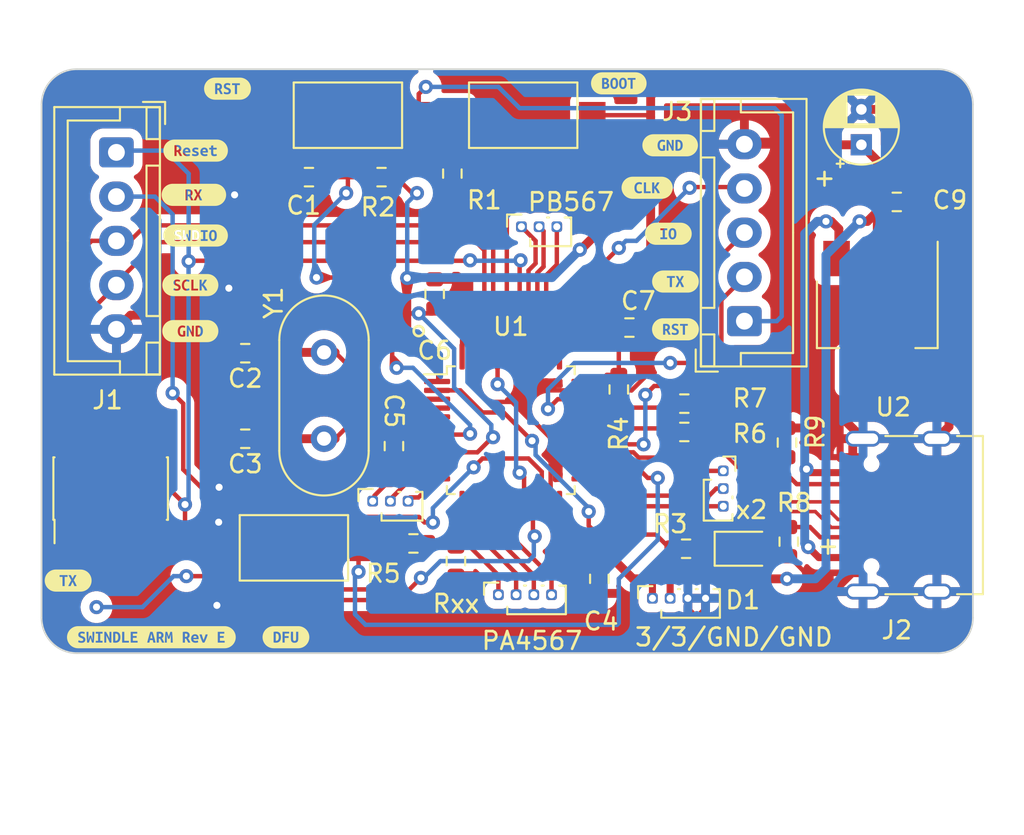
<source format=kicad_pcb>
(kicad_pcb (version 20240108) (generator "pcbnew") (generator_version "8.0")
  (layers (0 "F.Cu" signal) (31 "B.Cu" signal) (34 "B.Paste" user) (35 "F.Paste" user) (36 "B.SilkS" user "B.Silkscreen") (37 "F.SilkS" user "F.Silkscreen") (38 "B.Mask" user) (39 "F.Mask" user) (44 "Edge.Cuts" user))
  (net 0 "")
  (net 1 "+3.3V")
  (net 2 "GND")
  (net 3 "OUT_UART_TX")
  (net 4 "OUT_UART_RX")
  (net 5 "UART_TX")
  (net 6 "D-")
  (net 7 "D+")
  (net 8 "SWDIO")
  (net 9 "SWDCLK")
  (net 10 "NRST")
  (net 11 "INOUT_NRESET")
  (net 12 "OUT_SWDIO")
  (net 13 "OUT_SWDCLK")
  (net 14 "Net-(D1-K)")
  (net 15 "IN_FORCE_DFU")
  (net 16 "unconnected-(U1-PA0-Pad10)")
  (net 17 "unconnected-(U1-PA1-Pad11)")
  (net 18 "unconnected-(U1-PA2-Pad12)")
  (net 19 "unconnected-(U1-PA4-Pad14)")
  (net 20 "unconnected-(U1-PA5-Pad15)")
  (net 21 "unconnected-(U1-PA6-Pad16)")
  (net 22 "unconnected-(U1-PA7-Pad17)")
  (net 25 "unconnected-(U1-PB12-Pad25)")
  (net 26 "unconnected-(U1-PB13-Pad26)")
  (net 27 "unconnected-(U1-PB15-Pad28)")
  (net 31 "unconnected-(U1-PB3-Pad39)")
  (net 32 "unconnected-(U1-PB4-Pad40)")
  (net 33 "unconnected-(U1-PB5-Pad41)")
  (net 35 "Net-(U1-BOOT0)")
  (net 36 "Net-(U1-PA3)")
  (net 37 "Net-(U1-PA12)")
  (net 38 "Net-(U1-PA11)")
  (net 39 "Net-(U1-PD0)")
  (net 40 "Net-(U1-PD1)")
  (net 43 "Net-(U1-PC13)")
  (net 48 "Net-(J2-CC1)")
  (net 49 "Net-(J2-CC2)")
  (net 50 "Net-(U2-VI)")
  (footprint "kibuzzard-65C1CEA1" (layer "F.Cu") (at 135.4 67.8)
    (property "Reference" "kibuzzard-65C1CEA1" (hide yes))
    (property "Value" "G***" (hide yes))
  )
  (footprint "kibuzzard-65C1CE91" (layer "F.Cu") (at 113.3 68.1)
    (property "Reference" "kibuzzard-65C1CE91" (hide yes))
    (property "Value" "G***" (hide yes))
  )
  (footprint "kibuzzard-65C1CDC7" (layer "F.Cu") (at 111.2 79.2)
    (property "Reference" "kibuzzard-65C1CDC7" (hide yes))
    (property "Value" "G***" (hide yes))
  )
  (footprint "kibuzzard-65C1CEEB" (layer "F.Cu") (at 137 73.7)
    (property "Reference" "kibuzzard-65C1CEEB" (hide yes))
    (property "Value" "G***" (hide yes))
  )
  (footprint "Resistor_SMD:R_0603_1608Metric" (layer "F.Cu") (at 139.1 87.5 180)
    (property "Reference" "R6")
    (property "Value" "22")
  )
  (footprint "kibuzzard-65C1CDD4" (layer "F.Cu") (at 111.2 81.8)
    (property "Reference" "kibuzzard-65C1CDD4" (hide yes))
    (property "Value" "G***" (hide yes))
  )
  (footprint "Resistor_SMD:R_0603_1608Metric" (layer "F.Cu") (at 145 93.7 90)
    (property "Reference" "R8")
    (property "Value" "5.1k")
  )
  (footprint "Resistor_SMD:R_0603_1608Metric" (layer "F.Cu") (at 139.2 94.1)
    (property "Reference" "R3")
    (property "Value" "330")
  )
  (footprint "kibuzzard-65C1CE83" (layer "F.Cu") (at 116.6 99.1)
    (property "Reference" "kibuzzard-65C1CE83" (hide yes))
    (property "Value" "G***" (hide yes))
  )
  (footprint "Resistor_SMD:R_0603_1608Metric" (layer "F.Cu") (at 151.1 74.5)
    (property "Reference" "C9")
    (property "Value" "100n")
  )
  (footprint "Connector_USB:USB_C_Receptacle_Palconn_UTC16-G" (layer "F.Cu") (at 151.125 92.2 90)
    (property "Reference" "J2")
    (property "Value" "USB_C_Receptacle")
  )
  (footprint "Connector_PinSocket_1.00mm:PinSocket_1x04_P1.00mm_Vertical" (layer "F.Cu") (at 137.3 96.9 90)
    (property "Reference" "3/3/GND/GND")
    (property "Value" "PinSocket_1x04_P1.00mm_Vertical")
  )
  (footprint "Resistor_SMD:R_0603_1608Metric" (layer "F.Cu") (at 134.3 95.8 -90)
    (property "Reference" "C4")
    (property "Value" "100n")
  )
  (footprint "Resistor_SMD:R_0603_1608Metric" (layer "F.Cu") (at 126 72.9 -90)
    (property "Reference" "R1")
    (property "Value" "10k")
  )
  (footprint "Button_Switch_SMD:SW_SPST_CK_RS282G05A3" (layer "F.Cu") (at 120.1 69.6 180)
    (property "Reference" "RST1" (hide yes))
    (property "Value" "SW2")
  )
  (footprint "Resistor_SMD:R_0603_1608Metric" (layer "F.Cu") (at 122.7 88.3 90)
    (property "Reference" "C5")
    (property "Value" "100n")
  )
  (footprint "Button_Switch_SMD:SW_SPST_CK_RS282G05A3" (layer "F.Cu") (at 117.05 94.05 180)
    (property "Reference" "DFU1" (hide yes))
    (property "Value" "SW_DIP_x01")
  )
  (footprint "kibuzzard-65C28010" (layer "F.Cu") (at 109 99.1)
    (property "Reference" "kibuzzard-65C28010" (hide yes))
    (property "Value" "G***" (hide yes))
  )
  (footprint "Package_TO_SOT_SMD:SOT-223" (layer "F.Cu") (at 150 80.85 -90)
    (property "Reference" "U2")
    (property "Value" "LM1117-3.3")
  )
  (footprint "Button_Switch_SMD:SW_SPST_CK_RS282G05A3" (layer "F.Cu") (at 130 69.6 180)
    (property "Reference" "BOT1" (hide yes))
    (property "Value" "SW1")
  )
  (footprint "Resistor_SMD:R_0603_1608Metric" (layer "F.Cu") (at 117.9 73.1 180)
    (property "Reference" "C1")
    (property "Value" "100n")
  )
  (footprint "kibuzzard-65C1CF2F" (layer "F.Cu") (at 138.6 81.7)
    (property "Reference" "kibuzzard-65C1CF2F" (hide yes))
    (property "Value" "G***" (hide yes))
  )
  (footprint "Connector_PinHeader_1.27mm:PinHeader_2x05_P1.27mm_Vertical_SMD" (layer "F.Cu") (at 106.7 90.7 90)
    (property "Reference" "J5" (hide yes))
    (property "Value" "Conn_ARM_JTAG_SWD_10")
  )
  (footprint "kibuzzard-65C1CDA5" (layer "F.Cu") (at 111.5 76.4)
    (property "Reference" "kibuzzard-65C1CDA5" (hide yes))
    (property "Value" "G***" (hide yes))
  )
  (footprint "Resistor_SMD:R_0603_1608Metric" (layer "F.Cu") (at 144.9 88.1 -90)
    (property "Reference" "R9")
    (property "Value" "5.1k")
  )
  (footprint "Diode_SMD:D_0805_2012Metric" (layer "F.Cu") (at 142.5 94.1)
    (property "Reference" "D1")
    (property "Value" "LED")
  )
  (footprint "Resistor_SMD:R_0603_1608Metric" (layer "F.Cu") (at 126.2 94.8 90)
    (property "Reference" "Rxx")
    (property "Value" "R_Small")
  )
  (footprint "Connector_JST:JST_XH_B5B-XH-A_1x05_P2.50mm_Vertical" (layer "F.Cu") (at 107.025 71.7 -90)
    (property "Reference" "J1")
    (property "Value" "Debug port")
  )
  (footprint "Connector_PinSocket_1.00mm:PinSocket_1x04_P1.00mm_Vertical" (layer "F.Cu") (at 128.6 96.7 90)
    (property "Reference" "PA4567")
    (property "Value" "PinSocket_1x04_P1.00mm_Vertical")
  )
  (footprint "Connector_PinSocket_1.00mm:PinSocket_1x03_P1.00mm_Vertical" (layer "F.Cu") (at 141.3 89.7)
    (property "Reference" "x2")
    (property "Value" "PinSocket_1x03_P1.00mm_Vertical")
  )
  (footprint "Capacitor_THT:CP_Radial_D4.0mm_P2.00mm" (layer "F.Cu") (at 149.1 71.2726 90)
    (property "Reference" "C8" (hide yes))
    (property "Value" "C_Polarized")
  )
  (footprint "Connector_PinSocket_1.00mm:PinSocket_1x03_P1.00mm_Vertical" (layer "F.Cu") (at 121.5 91.41 90)
    (property "Reference" "")
    (property "Value" "PinSocket_1x03_P1.00mm_Vertical")
  )
  (footprint "Resistor_SMD:R_0603_1608Metric" (layer "F.Cu") (at 125 79.7 90)
    (property "Reference" "C6")
    (property "Value" "100n")
  )
  (footprint "kibuzzard-65C1CF10" (layer "F.Cu") (at 138.2 76.3)
    (property "Reference" "kibuzzard-65C1CF10" (hide yes))
    (property "Value" "G***" (hide yes))
  )
  (footprint "kibuzzard-65C1D014" (layer "F.Cu") (at 104.3 95.9)
    (property "Reference" "kibuzzard-65C1D014" (hide yes))
    (property "Value" "G***" (hide yes))
  )
  (footprint "Resistor_SMD:R_0603_1608Metric" (layer "F.Cu") (at 122 73.1 180)
    (property "Reference" "R2")
    (property "Value" "10k")
  )
  (footprint "kibuzzard-65C1CD89" (layer "F.Cu") (at 111.4 74.1)
    (property "Reference" "kibuzzard-65C1CD89" (hide yes))
    (property "Value" "G***" (hide yes))
  )
  (footprint "Resistor_SMD:R_0603_1608Metric" (layer "F.Cu") (at 114.3 87.884 180)
    (property "Reference" "C3")
    (property "Value" "10pF")
  )
  (footprint "Package_QFP:LQFP-48_7x7mm_P0.5mm" (layer "F.Cu") (at 129.3 87.4)
    (property "Reference" "U1")
    (property "Value" "STM32F103CBTx")
  )
  (footprint "Resistor_SMD:R_0603_1608Metric" (layer "F.Cu") (at 139.1 85.9 180)
    (property "Reference" "R7")
    (property "Value" "22")
  )
  (footprint "kibuzzard-65C1CF22" (layer "F.Cu") (at 138.6 79)
    (property "Reference" "kibuzzard-65C1CF22" (hide yes))
    (property "Value" "G***" (hide yes))
  )
  (footprint "Resistor_SMD:R_0603_1608Metric" (layer "F.Cu") (at 136 81.6)
    (property "Reference" "C7")
    (property "Value" "100n")
  )
  (footprint "kibuzzard-65C1CEC9" (layer "F.Cu") (at 138.3 71.3)
    (property "Reference" "kibuzzard-65C1CEC9" (hide yes))
    (property "Value" "G***" (hide yes))
  )
  (footprint "Crystal:Crystal_HC49-U_Vertical" (layer "F.Cu") (at 118.75 83 -90)
    (property "Reference" "Y1")
    (property "Value" "Crystal")
  )
  (footprint "Resistor_SMD:R_0603_1608Metric" (layer "F.Cu") (at 114.3 83.05 180)
    (property "Reference" "C2")
    (property "Value" "10pF")
  )
  (footprint "Resistor_SMD:R_0603_1608Metric" (layer "F.Cu") (at 123.8 93.8)
    (property "Reference" "R5")
    (property "Value" "1k")
  )
  (footprint "Connector_PinSocket_1.00mm:PinSocket_1x03_P1.00mm_Vertical" (layer "F.Cu") (at 129.9 75.9 90)
    (property "Reference" "PB567")
    (property "Value" "PinSocket_1x03_P1.00mm_Vertical")
  )
  (footprint "Resistor_SMD:R_0603_1608Metric" (layer "F.Cu") (at 135.4 85.1 -90)
    (property "Reference" "R4")
    (property "Value" "1.2k")
  )
  (footprint "kibuzzard-65C1CD6C" (layer "F.Cu") (at 111.5 71.6)
    (property "Reference" "kibuzzard-65C1CD6C" (hide yes))
    (property "Value" "G***" (hide yes))
  )
  (footprint "Connector_JST:JST_XH_B5B-XH-A_1x05_P2.50mm_Vertical" (layer "F.Cu") (at 142.494011 81.239001 90)
    (property "Reference" "J3")
    (property "Value" "Debug port")
  )
  (gr_circle (center 124.1 81.8) (end 123.9 81.6) (stroke (width 0.15)) (fill none) (layer "F.SilkS"))
  (gr_arc (start 102.8 69) (mid 103.385786 67.585786) (end 104.8 67) (stroke (width 0.1)) (layer "Edge.Cuts"))
  (gr_arc (start 104.8 100) (mid 103.385786 99.414214) (end 102.8 98) (stroke (width 0.1)) (layer "Edge.Cuts"))
  (gr_arc (start 153.4 67) (mid 154.814214 67.585786) (end 155.4 69) (stroke (width 0.1)) (layer "Edge.Cuts"))
  (gr_line (start 104.8 67) (end 153.4 67) (stroke (width 0.1)) (layer "Edge.Cuts"))
  (gr_line (start 155.4 69) (end 155.4 98) (stroke (width 0.1)) (layer "Edge.Cuts"))
  (gr_line (start 102.8 98) (end 102.8 69) (stroke (width 0.1)) (layer "Edge.Cuts"))
  (gr_line (start 153.4 100) (end 104.8 100) (stroke (width 0.1)) (layer "Edge.Cuts"))
  (gr_arc (start 155.4 98) (mid 154.814214 99.414214) (end 153.4 100) (stroke (width 0.1)) (layer "Edge.Cuts"))
  (gr_text "+" (at 146.5 94.5 0) (layer "F.SilkS") (effects (font (size 1 1)) (justify left bottom)))
  (gr_text "+" (at 146.3 73.7 0) (layer "F.SilkS") (effects (font (size 1 1)) (justify left bottom)))
  (segment (start 146.65 70.65) (end 146.65 68.175) (width 0.5) (layer "F.Cu") (net 1))
  (segment (start 123.425 78.825) (end 123.45 78.8) (width 0.25) (layer "F.Cu") (net 1))
  (segment (start 124.875 80.8) (end 124.1 80.8) (width 0.25) (layer "F.Cu") (net 1))
  (segment (start 144.898 95.802) (end 138.2 95.802) (width 0.5) (layer "F.Cu") (net 1))
  (segment (start 133.25 77.2) (end 137.2 73.25) (width 0.5) (layer "F.Cu") (net 1))
  (segment (start 150 75.044) (end 150 72.1726) (width 0.5) (layer "F.Cu") (net 1))
  (segment (start 137.2 69.7) (end 137.2 77.4) (width 0.5) (layer "F.Cu") (net 1))
  (segment (start 143.775 95.777) (end 143.8 95.802) (width 0.25) (layer "F.Cu") (net 1))
  (segment (start 138.2 95.802) (end 137.3 95.802) (width 0.5) (layer "F.Cu") (net 1))
  (segment (start 149.1 71.2726) (end 147.2726 71.2726) (width 0.5) (layer "F.Cu") (net 1))
  (segment (start 123.425 78.775) (end 123.425 78.75) (width 0.25) (layer "F.Cu") (net 1))
  (segment (start 143.775 94.1) (end 143.775 95.777) (width 0.25) (layer "F.Cu") (net 1))
  (segment (start 137.2 77.4) (end 135.175 79.425) (width 0.5) (layer "F.Cu") (net 1))
  (segment (start 126.325 80.525) (end 126.55 80.75) (width 0.25) (layer "F.Cu") (net 1))
  (segment (start 123.425 82.275) (end 123.425 80.925) (width 0.5) (layer "F.Cu") (net 1))
  (segment (start 124 74) (end 123.725 74) (width 0.25) (layer "F.Cu") (net 1))
  (segment (start 124.1 80.8) (end 123.55 80.8) (width 0.25) (layer "F.Cu") (net 1))
  (segment (start 125.2 83.5) (end 125.2 84.5875) (width 0.25) (layer "F.Cu") (net 1))
  (segment (start 134.3 94.75) (end 132.05 92.5) (width 0.25) (layer "F.Cu") (net 1))
  (segment (start 137.3 96.9) (end 137.3 95.802) (width 0.4) (layer "F.Cu") (net 1))
  (segment (start 134.725 84.275) (end 135.4 84.275) (width 0.25) (layer "F.Cu") (net 1))
  (segment (start 125.1375 88.65) (end 127.413604 88.65) (width 0.25) (layer "F.Cu") (net 1))
  (segment (start 128.263604 87.8) (end 128.3 87.8) (width 0.25) (layer "F.Cu") (net 1))
  (segment (start 134.675 94.875) (end 135.275 94.875) (width 0.5) (layer "F.Cu") (net 1))
  (segment (start 126.55 80.75) (end 126.55 83.2375) (width 0.25) (layer "F.Cu") (net 1))
  (segment (start 137.1 69.6) (end 137.2 69.7) (width 0.25) (layer "F.Cu") (net 1))
  (segment (start 150 72.1726) (end 149.1 71.2726) (width 0.5) (layer "F.Cu") (net 1))
  (segment (start 124.397 82.697) (end 123.847 82.697) (width 0.25) (layer "F.Cu") (net 1))
  (segment (start 123.45 78.8) (end 123.425 78.775) (width 0.25) (layer "F.Cu") (net 1))
  (segment (start 150 77.7) (end 150 75.044) (width 0.5) (layer "F.Cu") (net 1))
  (segment (start 136.202 95.802) (end 137.3 95.802) (width 0.5) (layer "F.Cu") (net 1))
  (segment (start 144.9 95.8) (end 144.898 95.802) (width 0.5) (layer "F.Cu") (net 1))
  (segment (start 132.05 92.5) (end 132.05 91.5625) (width 0.25) (layer "F.Cu") (net 1))
  (segment (start 134.35 84.65) (end 134.725 84.275) (width 0.25) (layer "F.Cu") (net 1))
  (segment (start 135.275 94.875) (end 136.202 95.802) (width 0.5) (layer "F.Cu") (net 1))
  (segment (start 135.175 79.425) (end 135.175 81.6) (width 0.5) (layer "F.Cu") (net 1))
  (segment (start 125 80.525) (end 126.325 80.525) (width 0.25) (layer "F.Cu") (net 1))
  (segment (start 123.847 82.697) (end 123.425 82.275) (width 0.4) (layer "F.Cu") (net 1))
  (segment (start 127.413604 88.65) (end 128.263604 87.8) (width 0.25) (layer "F.Cu") (net 1))
  (segment (start 133.9 69.6) (end 137.1 69.6) (width 0.25) (layer "F.Cu") (net 1))
  (segment (start 138.3 95.902) (end 138.2 95.802) (width 0.25) (layer "F.Cu") (net 1))
  (segment (start 149 75.6) (end 149.444 75.6) (width 0.5) (layer "F.Cu") (net 1))
  (segment (start 125.2 83.5) (end 124.397 82.697) (width 0.25) (layer "F.Cu") (net 1))
  (segment (start 125.2 84.5875) (end 125.1375 84.65) (width 0.25) (layer "F.Cu") (net 1))
  (segment (start 138.3 96.9) (end 138.3 95.902) (width 0.4) (layer "F.Cu") (net 1))
  (segment (start 149.444 75.6) (end 150 75.044) (width 0.5) (layer "F.Cu") (net 1))
  (segment (start 146.65 68.175) (end 137.535 68.175) (width 0.5) (layer "F.Cu") (net 1))
  (segment (start 137.535 68.175) (end 137.2 68.51) (width 0.5) (layer "F.Cu") (net 1))
  (segment (start 137.2 68.51) (end 137.2 69.7) (width 0.5) (layer "F.Cu") (net 1))
  (segment (start 123.175 88.65) (end 122.7 89.125) (width 0.25) (layer "F.Cu") (net 1))
  (segment (start 147.2726 71.2726) (end 146.65 70.65) (width 0.5) (layer "F.Cu") (net 1))
  (segment (start 123.425 80.925) (end 123.425 78.825) (width 0.5) (layer "F.Cu") (net 1))
  (segment (start 135.4 81.675) (end 135.4 84.275) (width 0.25) (layer "F.Cu") (net 1))
  (segment (start 123.725 74) (end 122.825 73.1) (width 0.25) (layer "F.Cu") (net 1))
  (segment (start 133.4625 84.65) (end 134.35 84.65) (width 0.25) (layer "F.Cu") (net 1))
  (segment (start 123.425 78.75) (end 123.45 78.725) (width 0.25) (layer "F.Cu") (net 1))
  (segment (start 123.55 80.8) (end 123.425 80.925) (width 0.25) (layer "F.Cu") (net 1))
  (segment (start 125.1375 88.65) (end 123.175 88.65) (width 0.25) (layer "F.Cu") (net 1))
  (via (at 123.45 78.8) (size 0.8) (drill 0.4) (layers "F.Cu" "B.Cu") (net 1))
  (via (at 149 75.6) (size 0.8) (drill 0.4) (layers "F.Cu" "B.Cu") (net 1))
  (via (at 144.9 95.8) (size 0.8) (drill 0.4) (layers "F.Cu" "B.Cu") (net 1))
  (via (at 124.1 80.8) (size 0.8) (drill 0.4) (layers "F.Cu" "B.Cu") (net 1))
  (via (at 128.3 87.8) (size 0.8) (drill 0.4) (layers "F.Cu" "B.Cu") (net 1))
  (via (at 124 74) (size 0.8) (drill 0.4) (layers "F.Cu" "B.Cu") (net 1))
  (via (at 133.2 77.2) (size 0.8) (drill 0.4) (layers "F.Cu" "B.Cu") (net 1))
  (segment (start 123.45 74.55) (end 124 74) (width 0.25) (layer "B.Cu") (net 1))
  (segment (start 147.1 77.5) (end 149 75.6) (width 0.5) (layer "B.Cu") (net 1))
  (segment (start 123.55 78.775) (end 123.575 78.775) (width 0.25) (layer "B.Cu") (net 1))
  (segment (start 146.5 95.8) (end 147.1 95.2) (width 0.5) (layer "B.Cu") (net 1))
  (segment (start 133.2 77.2) (end 131.625 78.775) (width 0.5) (layer "B.Cu") (net 1))
  (segment (start 123.6 78.775) (end 123.45 78.75) (width 0.25) (layer "B.Cu") (net 1))
  (segment (start 128.2 87.1) (end 126.1 85) (width 0.25) (layer "B.Cu") (net 1))
  (segment (start 123.45 78.75) (end 123.55 78.775) (width 0.25) (layer "B.Cu") (net 1))
  (segment (start 128.2 87.7) (end 128.2 87.1) (width 0.25) (layer "B.Cu") (net 1))
  (segment (start 126.1 85) (end 126.1 82.8) (width 0.25) (layer "B.Cu") (net 1))
  (segment (start 144.9 95.8) (end 146.5 95.8) (width 0.5) (layer "B.Cu") (net 1))
  (segment (start 128.3 87.8) (end 128.2 87.7) (width 0.25) (layer "B.Cu") (net 1))
  (segment (start 147.1 95.2) (end 147.1 77.5) (width 0.5) (layer "B.Cu") (net 1))
  (segment (start 131.625 78.775) (end 123.6 78.775) (width 0.5) (layer "B.Cu") (net 1))
  (segment (start 126.1 82.8) (end 124.1 80.8) (width 0.25) (layer "B.Cu") (net 1))
  (segment (start 123.45 78.8) (end 123.45 74.55) (width 0.25) (layer "B.Cu") (net 1))
  (segment (start 123.049 87.82) (end 123.379 88.15) (width 0.25) (layer "F.Cu") (net 2))
  (segment (start 139.3 97.544) (end 139.3 96.9) (width 0.4) (layer "F.Cu") (net 2))
  (segment (start 126.357315 78.875) (end 127.05 79.567685) (width 0.25) (layer "F.Cu") (net 2))
  (segment (start 147.0075 85.6925) (end 149.195 87.88) (width 0.5) (layer "F.Cu") (net 2))
  (segment (start 109.24 94.04) (end 109.24 92.65) (width 0.5) (layer "F.Cu") (net 2))
  (segment (start 113.475 79.475) (end 113.375 79.375) (width 0.4) (layer "F.Cu") (net 2))
  (segment (start 112 89.8) (end 112.825 90.625) (width 0.4) (layer "F.Cu") (net 2))
  (segment (start 105.43 92.65) (end 106.7 92.65) (width 0.5) (layer "F.Cu") (net 2))
  (segment (start 148.615 89) (end 147.9 89) (width 0.4) (layer "F.Cu") (net 2))
  (segment (start 145.875 95.4) (end 145 94.525) (width 0.25) (layer "F.Cu") (net 2))
  (segment (start 114.3 69.6) (end 115.9 69.6) (width 0.5) (layer "F.Cu") (net 2))
  (segment (start 113.291 87.7) (end 112 87.7) (width 0.4) (layer "F.Cu") (net 2))
  (segment (start 134.3 96.625) (end 134.3 97.869) (width 0.5) (layer "F.Cu") (net 2))
  (segment (start 125.3 75.2) (end 126 74.5) (width 0.3) (layer "F.Cu") (net 2))
  (segment (start 145.971 98.044) (end 148.615 95.4) (width 0.5) (layer "F.Cu") (net 2))
  (segment (start 112.7 97.3) (end 109.7 97.3) (width 0.5) (layer "F.Cu") (net 2))
  (segment (start 139.66 71.24) (end 137.85 73.05) (width 0.4) (layer "F.Cu") (net 2))
  (segment (start 145.288 83.973) (end 146.3575 85.0425) (width 0.5) (layer "F.Cu") (net 2))
  (segment (start 139.8 98.044) (end 145.971 98.044) (width 0.5) (layer "F.Cu") (net 2))
  (segment (start 116.7 75.2) (end 125.3 75.2) (width 0.3) (layer "F.Cu") (net 2))
  (segment (start 154.05 87.195) (end 154.05 79.45) (width 0.5) (layer "F.Cu") (net 2))
  (segment (start 139.8 98.044) (end 139.3 97.544) (width 0.4) (layer "F.Cu") (net 2))
  (segment (start 126.2 95.625) (end 126.2 97.925) (width 0.5) (layer "F.Cu") (net 2))
  (segment (start 116 73.1) (end 116 74.5) (width 0.3) (layer "F.Cu") (net 2))
  (segment (start 130 85.8) (end 128.1 85.8) (width 0.25) (layer "F.Cu") (net 2))
  (segment (start 136.825 84.449695) (end 136.825 81.9) (width 0.25) (layer "F.Cu") (net 2))
  (segment (start 113.1 92.9) (end 112.8 92.6) (width 0.5) (layer "F.Cu") (net 2))
  (segment (start 107.84 95.44) (end 109.24 94.04) (width 0.5) (layer "F.Cu") (net 2))
  (segment (start 130 86.3) (end 131.55 87.85) (width 0.25) (layer "F.Cu") (net 2))
  (segment (start 127.05 79.567685) (end 127.05 83.2375) (width 0.25) (layer "F.Cu") (net 2))
  (segment (start 122.7 87.475) (end 122.315 87.475) (width 0.25) (layer "F.Cu") (net 2))
  (segment (start 130.65 85.15) (end 130 85.8) (width 0.25) (layer "F.Cu") (net 2))
  (segment (start 113.475 80) (end 112.575 80.9) (width 0.5) (layer "F.Cu") (net 2))
  (segment (start 126 74.5) (end 126 73.725) (width 0.3) (layer "F.Cu") (net 2))
  (segment (start 113.725 70.175) (end 114.3 69.6) (width 0.5) (layer "F.Cu") (net 2))
  (segment (start 106.39 95.44) (end 105.43 94.48) (width 0.5) (layer "F.Cu") (net 2))
  (segment (start 113.1 93.9) (end 113.1 92.9) (width 0.5) (layer "F.Cu") (net 2))
  (segment (start 151.4726 69.2726) (end 152.3 70.1) (width 0.5) (layer "F.Cu") (net 2))
  (segment (start 113.475 83.05) (end 112.25 83.05) (width 0.4) (layer "F.Cu") (net 2))
  (segment (start 144.78 71.12) (end 145.288 71.628) (width 0.5) (layer "F.Cu") (net 2))
  (segment (start 123.379 88.15) (end 125.1375 88.15) (width 0.25) (layer "F.Cu") (net 2))
  (segment (start 121.7 88.09) (end 121.7 89.4) (width 0.25) (layer "F.Cu") (net 2))
  (segment (start 126.375 73.725) (end 126 73.725) (width 0.25) (layer "F.Cu") (net 2))
  (segment (start 136.124695 85.15) (end 136.825 84.449695) (width 0.25) (layer "F.Cu") (net 2))
  (segment (start 107.84 95.44) (end 106.39 95.44) (width 0.5) (layer "F.Cu") (net 2))
  (segment (start 113.6 91.4) (end 112.825 90.625) (width 0.25) (layer "F.Cu") (net 2))
  (segment (start 137.85 77.669238) (end 137 78.519238) (width 0.4) (layer "F.Cu") (net 2))
  (segment (start 117.2 73.1) (end 116 73.1) (width 0.5) (layer "F.Cu") (net 2))
  (segment (start 116 73.1) (end 113.8125 73.1) (width 0.5) (layer "F.Cu") (net 2))
  (segment (start 146.3575 85.0425) (end 147.0075 85.6925) (width 0.5) (layer "F.Cu") (net 2))
  (segment (start 133.4625 85.15) (end 136.124695 85.15) (width 0.25) (layer "F.Cu") (net 2))
  (segment (start 112.725 90.625) (end 112.8 90.55) (width 0.25) (layer "F.Cu") (net 2))
  (segment (start 144.9 86.5) (end 146.3575 85.0425) (width 0.25) (layer "F.Cu") (net 2))
  (segment (start 112 87.7) (end 112 89.8) (width 0.4) (layer "F.Cu") (net 2))
  (segment (start 142.805 71.12) (end 144.78 71.12) (width 0.5) (layer "F.Cu") (net 2))
  (segment (start 152.3 70.1) (end 152.3 77.7) (width 0.5) (layer "F.Cu") (net 2))
  (segment (start 121.7 89.4) (end 119.7 91.4) (width 0.25) (layer "F.Cu") (net 2))
  (segment (start 109.7 97.3) (end 107.84 95.44) (width 0.5) (layer "F.Cu") (net 2))
  (segment (start 107.825 80.9) (end 107.025 81.7) (width 0.5) (layer "F.Cu") (net 2))
  (segment (start 105.43 94.48) (end 105.43 92.65) (width 0.5) (layer "F.Cu") (net 2))
  (segment (start 130 85.8) (end 130 86.3) (width 0.25) (layer "F.Cu") (net 2))
  (segment (start 142.494 71.24) (end 139.66 71.24) (width 0.4) (layer "F.Cu") (net 2))
  (segment (start 154.05 79.45) (end 152.3 77.7) (width 0.5) (layer "F.Cu") (net 2))
  (segment (start 112 83.3) (end 112 87.7) (width 0.4) (layer "F.Cu") (net 2))
  (segment (start 122.315 87.475) (end 121.7 88.09) (width 0.25) (layer "F.Cu") (net 2))
  (segment (start 131.55 87.85) (end 131.55 91.5625) (width 0.25) (layer "F.Cu") (net 2))
  (segment (start 116 74.5) (end 116.7 75.2) (width 0.3) (layer "F.Cu") (net 2))
  (segment (start 139.8 98.044) (end 140.3 97.544) (width 0.4) (layer "F.Cu") (net 2))
  (segment (start 112.825 90.625) (end 112.725 90.625) (width 0.25) (layer "F.Cu") (net 2))
  (segment (start 113.725 74.1) (end 113.725 70.175) (width 0.5) (layer "F.Cu") (net 2))
  (segment (start 133.4625 85.15) (end 130.65 85.15) (width 0.25) (layer "F.Cu") (net 2))
  (segment (start 112.7 97.3) (end 113.444 98.044) (width 0.5) (layer "F.Cu") (net 2))
  (segment (start 137 78.519238) (end 137 81.475) (width 0.4) (layer "F.Cu") (net 2))
  (segment (start 140.3 97.544) (end 140.3 96.9) (width 0.4) (layer "F.Cu") (net 2))
  (segment (start 145.288 71.628) (end 145.288 83.973) (width 0.5) (layer "F.Cu") (net 2))
  (segment (start 147.9 89) (end 147.9 86.485) (width 0.4) (layer "F.Cu") (net 2))
  (segment (start 144.9 87.275) (end 144.9 86.5) (width 0.25) (layer "F.Cu") (net 2))
  (segment (start 127.05 84.75) (end 127.05 83.2375) (width 0.25) (layer "F.Cu") (net 2))
  (segment (start 128.1 85.8) (end 127.05 84.75) (width 0.25) (layer "F.Cu") (net 2))
  (segment (start 148.615 95.4) (end 145.875 95.4) (width 0.25) (layer "F.Cu") (net 2))
  (segment (start 112.575 80.9) (end 107.825 80.9) (width 0.5) (layer "F.Cu") (net 2))
  (segment (start 153.365 87.88) (end 154.05 87.195) (width 0.5) (layer "F.Cu") (net 2))
  (segment (start 112.25 83.05) (end 112 83.3) (width 0.4) (layer "F.Cu") (net 2))
  (segment (start 113.444 98.044) (end 139.8 98.044) (width 0.5) (layer "F.Cu") (net 2))
  (segment (start 113.475 83.05) (end 113.475 79.475) (width 0.5) (layer "F.Cu") (net 2))
  (segment (start 149.1 69.2726) (end 151.4726 69.2726) (width 0.5) (layer "F.Cu") (net 2))
  (segment (start 113.6 91.4) (end 119.7 91.4) (width 0.25) (layer "F.Cu") (net 2))
  (segment (start 137.85 73.05) (end 137.85 77.669238) (width 0.4) (layer "F.Cu") (net 2))
  (segment (start 125 78.875) (end 126.357315 78.875) (width 0.25) (layer "F.Cu") (net 2))
  (segment (start 112.825 90.525) (end 112.825 90.625) (width 0.25) (layer "F.Cu") (net 2))
  (via (at 112.8 92.6) (size 0.8) (drill 0.4) (layers "F.Cu" "B.Cu") (net 2))
  (via (at 113.7 74.1) (size 0.8) (drill 0.4) (layers "F.Cu" "B.Cu") (net 2))
  (via (at 112.825 90.625) (size 0.8) (drill 0.4) (layers "F.Cu" "B.Cu") (net 2))
  (via (at 113.375 79.375) (size 0.8) (drill 0.4) (layers "F.Cu" "B.Cu") (net 2))
  (via (at 112.7 97.3) (size 0.8) (drill 0.4) (layers "F.Cu" "B.Cu") (net 2))
  (segment (start 112.8 90.9) (end 112.8 91.3) (width 0.5) (layer "B.Cu") (net 2))
  (segment (start 112.8 91.3) (end 112.8 92.7) (width 0.5) (layer "B.Cu") (net 2))
  (segment (start 113.775 78.975) (end 113.775 74.15) (width 0.5) (layer "B.Cu") (net 2))
  (segment (start 112.8 92.7) (end 112.8 97.2) (width 0.5) (layer "B.Cu") (net 2))
  (segment (start 113.375 79.375) (end 113.775 78.975) (width 0.5) (layer "B.Cu") (net 2))
  (segment (start 112.8 97.2) (end 112.7 97.3) (width 0.5) (layer "B.Cu") (net 2))
  (segment (start 113.775 74.15) (end 113.725 74.1) (width 0.5) (layer "B.Cu") (net 2))
  (segment (start 130.55 93.35) (end 130.6 93.4) (width 0.25) (layer "F.Cu") (net 3))
  (segment (start 130.65 93.4) (end 130.65 93.45) (width 0.25) (layer "F.Cu") (net 3))
  (segment (start 112.55 95.65) (end 113.9 97) (width 0.25) (layer "F.Cu") (net 3))
  (segment (start 113.9 97) (end 122.975 97) (width 0.25) (layer "F.Cu") (net 3))
  (segment (start 130.65 93.45) (end 130.6 93.4) (width 0.25) (layer "F.Cu") (net 3))
  (segment (start 122.975 97) (end 124.225 95.75) (width 0.25) (layer "F.Cu") (net 3))
  (segment (start 130.55 91.5625) (end 130.55 93.35) (width 0.25) (layer "F.Cu") (net 3))
  (segment (start 110.975 95.65) (end 112.55 95.65) (width 0.25) (layer "F.Cu") (net 3))
  (segment (start 130.6 93.4) (end 130.65 93.4) (width 0.25) (layer "F.Cu") (net 3))
  (via (at 124.225 95.75) (size 0.8) (drill 0.4) (layers "F.Cu" "B.Cu") (net 3))
  (via (at 110.975 95.65) (size 0.8) (drill 0.4) (layers "F.Cu" "B.Cu") (net 3))
  (via (at 130.65 93.4) (size 0.8) (drill 0.4) (layers "F.Cu" "B.Cu") (net 3))
  (via (at 105.9 97.4) (size 0.8) (drill 0.4) (layers "F.Cu" "B.Cu") (net 3))
  (segment (start 130.6 94.5) (end 130.3 94.8) (width 0.25) (layer "B.Cu") (net 3))
  (segment (start 108.5 97.4) (end 110.25 95.65) (width 0.25) (layer "B.Cu") (net 3))
  (segment (start 110.25 95.65) (end 110.975 95.65) (width 0.25) (layer "B.Cu") (net 3))
  (segment (start 130.6 93.4) (end 130.6 94.5) (width 0.25) (layer "B.Cu") (net 3))
  (segment (start 105.9 97.4) (end 108.5 97.4) (width 0.25) (layer "B.Cu") (net 3))
  (segment (start 130.3 94.8) (end 125.325 94.8) (width 0.25) (layer "B.Cu") (net 3))
  (segment (start 125.325 94.8) (end 124.4 95.725) (width 0.25) (layer "B.Cu") (net 3))
  (segment (start 127.7 89) (end 130.3 89) (width 0.25) (layer "F.Cu") (net 4))
  (segment (start 113.024695 91.85) (end 110.8 89.625305) (width 0.25) (layer "F.Cu") (net 4))
  (segment (start 127.2 89.5) (end 127.7 89) (width 0.25) (layer "F.Cu") (net 4))
  (segment (start 131.05 89.75) (end 131.05 91.5625) (width 0.25) (layer "F.Cu") (net 4))
  (segment (start 124.111751 92.3) (end 120.568198 92.3) (width 0.25) (layer "F.Cu") (net 4))
  (segment (start 110.8 85.9) (end 110.2 85.3) (width 0.25) (layer "F.Cu") (net 4))
  (segment (start 130.3 89) (end 131.05 89.75) (width 0.25) (layer "F.Cu") (net 4))
  (segment (start 120.118198 91.85) (end 113.024695 91.85) (width 0.25) (layer "F.Cu") (net 4))
  (segment (start 124.9 92.61) (end 124.421751 92.61) (width 0.25) (layer "F.Cu") (net 4))
  (segment (start 110.8 89.625305) (end 110.8 85.9) (width 0.25) (layer "F.Cu") (net 4))
  (segment (start 120.568198 92.3) (end 120.118198 91.85) (width 0.25) (layer "F.Cu") (net 4))
  (segment (start 124.421751 92.61) (end 124.111751 92.3) (width 0.25) (layer "F.Cu") (net 4))
  (via (at 124.9 92.61) (size 0.8) (drill 0.4) (layers "F.Cu" "B.Cu") (net 4))
  (via (at 110.2 85.3) (size 0.8) (drill 0.4) (layers "F.Cu" "B.Cu") (net 4))
  (via (at 127.2 89.5) (size 0.8) (drill 0.4) (layers "F.Cu" "B.Cu") (net 4))
  (segment (start 124.9 92.61) (end 124.9 91.8) (width 0.25) (layer "B.Cu") (net 4))
  (segment (start 110.2 85.3) (end 110.2 75.2) (width 0.25) (layer "B.Cu") (net 4))
  (segment (start 124.9 91.8) (end 127.1 89.6) (width 0.25) (layer "B.Cu") (net 4))
  (segment (start 110.2 75.2) (end 109.2 74.2) (width 0.25) (layer "B.Cu") (net 4))
  (segment (start 109.2 74.2) (end 107.025 74.2) (width 0.25) (layer "B.Cu") (net 4))
  (segment (start 135.863604 88.2) (end 136.8 88.2) (width 0.25) (layer "F.Cu") (net 5))
  (segment (start 141.194 80.039012) (end 141.194 83.306) (width 0.25) (layer "F.Cu") (net 5))
  (segment (start 135.313604 87.65) (end 135.863604 88.2) (width 0.25) (layer "F.Cu") (net 5))
  (segment (start 139.6 84.9) (end 137.4 84.9) (width 0.25) (layer "F.Cu") (net 5))
  (segment (start 137.4 84.9) (end 136.9 85.4) (width 0.25) (layer "F.Cu") (net 5))
  (segment (start 141.194 83.306) (end 139.6 84.9) (width 0.25) (layer "F.Cu") (net 5))
  (segment (start 142.494011 78.739001) (end 141.194 80.039012) (width 0.25) (layer "F.Cu") (net 5))
  (segment (start 133.4625 87.65) (end 135.313604 87.65) (width 0.25) (layer "F.Cu") (net 5))
  (via (at 136.9 85.4) (size 0.8) (drill 0.4) (layers "F.Cu" "B.Cu") (net 5))
  (via (at 136.8 88.2) (size 0.8) (drill 0.4) (layers "F.Cu" "B.Cu") (net 5))
  (segment (start 136.9 88.1) (end 136.8 88.2) (width 0.25) (layer "B.Cu") (net 5))
  (segment (start 136.9 85.4) (end 136.9 88.1) (width 0.25) (layer "B.Cu") (net 5))
  (segment (start 148.615 92.95) (end 148.565 92.9) (width 0.2) (layer "F.Cu") (net 6))
  (segment (start 148.615 91.95) (end 150.05 91.95) (width 0.2) (layer "F.Cu") (net 6))
  (segment (start 148.565 92.9) (end 147.4 92.9) (width 0.2) (layer "F.Cu") (net 6))
  (segment (start 147.4 92.9) (end 146.5 92) (width 0.2) (layer "F.Cu") (net 6))
  (segment (start 144.625 92) (end 140.025 87.4) (width 0.2) (layer "F.Cu") (net 6))
  (segment (start 150.05 92.95) (end 148.615 92.95) (width 0.2) (layer "F.Cu") (net 6))
  (segment (start 150.3 92.2) (end 150.3 92.7) (width 0.2) (layer "F.Cu") (net 6))
  (segment (start 150.05 91.95) (end 150.3 92.2) (width 0.2) (layer "F.Cu") (net 6))
  (segment (start 146.5 92) (end 144.625 92) (width 0.2) (layer "F.Cu") (net 6))
  (segment (start 150.3 92.7) (end 150.05 92.95) (width 0.2) (layer "F.Cu") (net 6))
  (segment (start 147.2 91.45) (end 148.615 91.45) (width 0.2) (layer "F.Cu") (net 7))
  (segment (start 141.434601 86.65) (end 141.434601 88.134601) (width 0.2) (layer "F.Cu") (net 7))
  (segment (start 144.75 91.45) (end 147.2 91.45) (width 0.2) (layer "F.Cu") (net 7))
  (segment (start 147.2 91.865) (end 147.2 91.45) (width 0.2) (layer "F.Cu") (net 7))
  (segment (start 148.615 92.45) (end 147.785 92.45) (width 0.2) (layer "F.Cu") (net 7))
  (segment (start 141.434601 88.134601) (end 144.75 91.45) (width 0.2) (layer "F.Cu") (net 7))
  (segment (start 141.434601 86.6673) (end 140.9 86.132699) (width 0.2) (layer "F.Cu") (net 7))
  (segment (start 140.9 86.132699) (end 140.867301 86.1) (width 0.2) (layer "F.Cu") (net 7))
  (segment (start 140.867301 86.1) (end 140.025 86.1) (width 0.2) (layer "F.Cu") (net 7))
  (segment (start 147.785 92.45) (end 147.2 91.865) (width 0.2) (layer "F.Cu") (net 7))
  (segment (start 140.3 78.433012) (end 140.3 83.175) (width 0.25) (layer "F.Cu") (net 8))
  (segment (start 142.573012 76.16) (end 140.3 78.433012) (width 0.25) (layer "F.Cu") (net 8))
  (segment (start 131.4 86.2) (end 131.95 85.65) (width 0.25) (layer "F.Cu") (net 8))
  (segment (start 131.95 85.65) (end 133.4625 85.65) (width 0.25) (layer "F.Cu") (net 8))
  (segment (start 140.3 83.175) (end 139.875 83.6) (width 0.25) (layer "F.Cu") (net 8))
  (segment (start 139.875 83.6) (end 138.3 83.6) (width 0.25) (layer "F.Cu") (net 8))
  (via (at 131.4 86.2) (size 0.8) (drill 0.4) (layers "F.Cu" "B.Cu") (net 8))
  (via (at 138.3 83.6) (size 0.8) (drill 0.4) (layers "F.Cu" "B.Cu") (net 8))
  (segment (start 132.9 83.6) (end 131.4 85.1) (width 0.25) (layer "B.Cu") (net 8))
  (segment (start 131.4 85.1) (end 131.4 86.2) (width 0.25) (layer "B.Cu") (net 8))
  (segment (start 138.3 83.6) (end 132.9 83.6) (width 0.25) (layer "B.Cu") (net 8))
  (segment (start 139.3895 73.66) (end 142.765 73.66) (width 0.25) (layer "F.Cu") (net 9))
  (segment (start 134.306 80.594) (end 132.05 82.85) (width 0.25) (layer "F.Cu") (net 9))
  (segment (start 134.306 79.492) (end 134.306 80.594) (width 0.25) (layer "F.Cu") (net 9))
  (segment (start 134.3 78.2) (end 134.3 79.486) (width 0.25) (layer "F.Cu") (net 9))
  (segment (start 134.3 79.486) (end 134.306 79.492) (width 0.25) (layer "F.Cu") (net 9))
  (segment (start 135.4 77.1) (end 134.3 78.2) (width 0.25) (layer "F.Cu") (net 9))
  (via (at 135.4 77.1) (size 0.8) (drill 0.4) (layers "F.Cu" "B.Cu") (net 9))
  (via (at 139.4 73.7) (size 0.8) (drill 0.4) (layers "F.Cu" "B.Cu") (net 9))
  (segment (start 136.4 76.7) (end 135.8 76.7) (width 0.25) (layer "B.Cu") (net 9))
  (segment (start 135.8 76.7) (end 135.4 77.1) (width 0.25) (layer "B.Cu") (net 9))
  (segment (start 139.4 73.7) (end 136.4 76.7) (width 0.25) (layer "B.Cu") (net 9))
  (segment (start 124.5 68) (end 124.1 68.4) (width 0.25) (layer "F.Cu") (net 10))
  (segment (start 125.1375 87.65) (end 126.95 87.65) (width 0.25) (layer "F.Cu") (net 10))
  (segment (start 120 74) (end 120.1 73.9) (width 0.25) (layer "F.Cu") (net 10))
  (segment (start 118.725 73.1) (end 121.175 73.1) (width 0.25) (layer "F.Cu") (net 10))
  (segment (start 122.6 79.45) (end 122.6 83.8625) (width 0.25) (layer "F.Cu") (net 10))
  (segment (start 124.1 68.4) (end 124.1 69.2) (width 0.25) (layer "F.Cu") (net 10))
  (segment (start 122.875 83.85) (end 122.85 83.875) (width 0.25) (layer "F.Cu") (net 10))
  (segment (start 120.1 71.85) (end 122.35 69.6) (width 0.25) (layer "F.Cu") (net 10))
  (segment (start 121.925 78.775) (end 122.6 79.45) (width 0.25) (layer "F.Cu") (net 10))
  (segment (start 126.95 87.65) (end 127 87.6) (width 0.25) (layer "F.Cu") (net 10))
  (segment (start 118.325 78.775) (end 121.925 78.775) (width 0.25) (layer "F.Cu") (net 10))
  (segment (start 120.1 73.9) (end 120.1 71.85) (width 0.25) (layer "F.Cu") (net 10))
  (segment (start 122.85 83.875) (end 122.875 83.9) (width 0.25) (layer "F.Cu") (net 10))
  (segment (start 122.35 69.6) (end 123.7 69.6) (width 0.25) (layer "F.Cu") (net 10))
  (via (at 120 74) (size 0.8) (drill 0.4) (layers "F.Cu" "B.Cu") (net 10))
  (via (at 118.325 78.775) (size 0.8) (drill 0.4) (layers "F.Cu" "B.Cu") (net 10))
  (via (at 124.5 68) (size 0.8) (drill 0.4) (layers "F.Cu" "B.Cu") (net 10))
  (via (at 127 87.6) (size 0.8) (drill 0.4) (layers "F.Cu" "B.Cu") (net 10))
  (via (at 122.85 83.875) (size 0.8) (drill 0.4) (layers "F.Cu" "B.Cu") (net 10))
  (segment (start 118.2 75.8) (end 118.2 78.65) (width 0.25) (layer "B.Cu") (net 10))
  (segment (start 144.2 69.2) (end 129.8 69.2) (width 0.25) (layer "B.Cu") (net 10))
  (segment (start 122.85 83.875) (end 123.775 83.875) (width 0.25) (layer "B.Cu") (net 10))
  (segment (start 118.2 78.65) (end 118.325 78.775) (width 0.25) (layer "B.Cu") (net 10))
  (segment (start 120 74) (end 118.2 75.8) (width 0.25) (layer "B.Cu") (net 10))
  (segment (start 128.6 68) (end 124.5 68) (width 0.25) (layer "B.Cu") (net 10))
  (segment (start 144.321998 81.239001) (end 144.6 80.960999) (width 0.25) (layer "B.Cu") (net 10))
  (segment (start 144.6 80.960999) (end 144.6 69.6) (width 0.25) (layer "B.Cu") (net 10))
  (segment (start 144.6 69.6) (end 144.2 69.2) (width 0.25) (layer "B.Cu") (net 10))
  (segment (start 129.8 69.2) (end 128.6 68) (width 0.25) (layer "B.Cu") (net 10))
  (segment (start 142.494011 81.239001) (end 144.321998 81.239001) (width 0.25) (layer "B.Cu") (net 10))
  (segment (start 127 87.1) (end 127 87.6) (width 0.25) (layer "B.Cu") (net 10))
  (segment (start 123.775 83.875) (end 127 87.1) (width 0.25) (layer "B.Cu") (net 10))
  (segment (start 109.24 89.94) (end 110.9 91.6) (width 0.25) (layer "F.Cu") (net 11))
  (segment (start 110.9 91.6) (end 110.9 93.95) (width 0.25) (layer "F.Cu") (net 11))
  (segment (start 110.9 93.95) (end 112.15 95.2) (width 0.25) (layer "F.Cu") (net 11))
  (segment (start 111.136882 77.825) (end 111.105694 77.856188) (width 0.25) (layer "F.Cu") (net 11))
  (segment (start 112.15 95.2) (end 112.736396 95.2) (width 0.25) (layer "F.Cu") (net 11))
  (segment (start 129.55 81.025) (end 129.55 83.2375) (width 0.25) (layer "F.Cu") (net 11))
  (segment (start 127 77.825) (end 111.136882 77.825) (width 0.25) (layer "F.Cu") (net 11))
  (segment (start 129.8 80.775) (end 129.55 81.025) (width 0.25) (layer "F.Cu") (net 11))
  (segment (start 112.736396 95.2) (end 113.936396 96.4) (width 0.25) (layer "F.Cu") (net 11))
  (segment (start 113.936396 96.4) (end 122.6 96.4) (width 0.25) (layer "F.Cu") (net 11))
  (segment (start 123.2 94.385) (end 122.795 93.98) (width 0.25) (layer "F.Cu") (net 11))
  (segment (start 129.8 80.775) (end 129.8 77.85) (width 0.25) (layer "F.Cu") (net 11))
  (segment (start 122.6 96.4) (end 123.2 95.8) (width 0.25) (layer "F.Cu") (net 11))
  (segment (start 109.24 88.75) (end 109.24 89.94) (width 0.25) (layer "F.Cu") (net 11))
  (segment (start 123.2 95.8) (end 123.2 94.385) (width 0.25) (layer "F.Cu") (net 11))
  (via (at 110.9 91.6) (size 0.8) (drill 0.4) (layers "F.Cu" "B.Cu") (net 11))
  (via (at 129.85 77.8) (size 0.8) (drill 0.4) (layers "F.Cu" "B.Cu") (net 11))
  (via (at 127 77.8) (size 0.8) (drill 0.4) (layers "F.Cu" "B.Cu") (net 11))
  (via (at 111.105694 77.856188) (size 0.8) (drill 0.4) (layers "F.Cu" "B.Cu") (net 11))
  (segment (start 111.1 77.861882) (end 111.105694 77.856188) (width 0.25) (layer "B.Cu") (net 11))
  (segment (start 110.9 91.6) (end 111.1 91.4) (width 0.25) (layer "B.Cu") (net 11))
  (segment (start 129.8 77.85) (end 129.775 77.825) (width 0.25) (layer "B.Cu") (net 11))
  (segment (start 107.125 71.6) (end 107.025 71.7) (width 0.25) (layer "B.Cu") (net 11))
  (segment (start 111.1 91.4) (end 111.1 77.861882) (width 0.25) (layer "B.Cu") (net 11))
  (segment (start 129.775 77.825) (end 127 77.825) (width 0.25) (layer "B.Cu") (net 11))
  (segment (start 111.105694 72.905694) (end 109.8 71.6) (width 0.25) (layer "B.Cu") (net 11))
  (segment (start 109.8 71.6) (end 107.125 71.6) (width 0.25) (layer "B.Cu") (net 11))
  (segment (start 111.105694 77.856188) (end 111.105694 72.905694) (width 0.25) (layer "B.Cu") (net 11))
  (segment (start 128.05 83.2375) (end 128.05 81.552305) (width 0.25) (layer "F.Cu") (net 12))
  (segment (start 105.625 76.7) (end 104.1 78.225) (width 0.25) (layer "F.Cu") (net 12))
  (segment (start 127.65 75.825) (end 108.675 75.825) (width 0.25) (layer "F.Cu") (net 12))
  (segment (start 107.025 76.7) (end 105.625 76.7) (width 0.25) (layer "F.Cu") (net 12))
  (segment (start 104.1 88.69) (end 104.16 88.75) (width 0.25) (layer "F.Cu") (net 12))
  (segment (start 128.306 76.481) (end 127.65 75.825) (width 0.25) (layer "F.Cu") (net 12))
  (segment (start 128.306 81.296305) (end 128.306 76.481) (width 0.25) (layer "F.Cu") (net 12))
  (segment (start 107.8 76.7) (end 107.025 76.7) (width 0.25) (layer "F.Cu") (net 12))
  (segment (start 104.1 78.225) (end 104.1 88.69) (width 0.25) (layer "F.Cu") (net 12))
  (segment (start 108.675 75.825) (end 107.8 76.7) (width 0.25) (layer "F.Cu") (net 12))
  (segment (start 128.05 81.552305) (end 128.306 81.296305) (width 0.25) (layer "F.Cu") (net 12))
  (segment (start 104.7 81.525) (end 107.025 79.2) (width 0.25) (layer "F.Cu") (net 13))
  (segment (start 104.7 86.5) (end 104.7 81.525) (width 0.25) (layer "F.Cu") (net 13))
  (segment (start 105.43 88.75) (end 105.43 87.23) (width 0.25) (layer "F.Cu") (net 13))
  (segment (start 109.325 76.775) (end 127.35 76.775) (width 0.25) (layer "F.Cu") (net 13))
  (segment (start 127.55 81.028) (end 127.55 83.2375) (width 0.25) (layer "F.Cu") (net 13))
  (segment (start 105.43 87.23) (end 104.7 86.5) (width 0.25) (layer "F.Cu") (net 13))
  (segment (start 107.025 79.075) (end 109.325 76.775) (width 0.25) (layer "F.Cu") (net 13))
  (segment (start 107.025 79.2) (end 107.025 79.075) (width 0.25) (layer "F.Cu") (net 13))
  (segment (start 127.806 77.231) (end 127.806 80.772) (width 0.25) (layer "F.Cu") (net 13))
  (segment (start 127.35 76.775) (end 127.806 77.231) (width 0.25) (layer "F.Cu") (net 13))
  (segment (start 127.806 80.772) (end 127.55 81.028) (width 0.25) (layer "F.Cu") (net 13))
  (segment (start 140.325 94.1) (end 141.9 94.1) (width 0.25) (layer "F.Cu") (net 14))
  (segment (start 133.4625 89.15) (end 136.088299 89.15) (width 0.25) (layer "F.Cu") (net 15))
  (segment (start 137.038299 90.1) (end 137.6 90.1) (width 0.25) (layer "F.Cu") (net 15))
  (segment (start 136.088299 89.15) (end 137.038299 90.1) (width 0.25) (layer "F.Cu") (net 15))
  (segment (start 120.7 95.4) (end 120.7 94.1) (width 0.25) (layer "F.Cu") (net 15))
  (via (at 137.6 90.1) (size 0.8) (drill 0.4) (layers "F.Cu" "B.Cu") (net 15))
  (via (at 120.7 95.4) (size 0.8) (drill 0.4) (layers "F.Cu" "B.Cu") (net 15))
  (segment (start 120.5 95.6) (end 120.7 95.4) (width 0.25) (layer "B.Cu") (net 15))
  (segment (start 137.6 93.6) (end 135.4 95.8) (width 0.25) (layer "B.Cu") (net 15))
  (segment (start 135.4 98.3) (end 135.3 98.4) (width 0.25) (layer "B.Cu") (net 15))
  (segment (start 121.1 98.4) (end 120.5 97.8) (width 0.25) (layer "B.Cu") (net 15))
  (segment (start 135.4 95.8) (end 135.4 98.3) (width 0.25) (layer "B.Cu") (net 15))
  (segment (start 135.3 98.4) (end 121.1 98.4) (width 0.25) (layer "B.Cu") (net 15))
  (segment (start 137.6 90.1) (end 137.6 93.6) (width 0.25) (layer "B.Cu") (net 15))
  (segment (start 120.5 97.8) (end 120.5 95.6) (width 0.25) (layer "B.Cu") (net 15))
  (segment (start 125.1375 89.15) (end 123.892462 89.15) (width 0.25) (layer "F.Cu") (net 16))
  (segment (start 123.892462 89.15) (end 122.542462 90.5) (width 0.25) (layer "F.Cu") (net 16))
  (segment (start 122.2 90.5) (end 121.6 91.1) (width 0.25) (layer "F.Cu") (net 16))
  (segment (start 122.542462 90.5) (end 122.2 90.5) (width 0.25) (layer "F.Cu") (net 16))
  (segment (start 124.15 89.65) (end 125.1375 89.65) (width 0.25) (layer "F.Cu") (net 17))
  (segment (start 122.6 91.2) (end 124.15 89.65) (width 0.25) (layer "F.Cu") (net 17))
  (segment (start 123.6 91.2) (end 124.0875 91.2) (width 0.25) (layer "F.Cu") (net 18))
  (segment (start 124.0875 91.2) (end 125.1375 90.15) (width 0.25) (layer "F.Cu") (net 18))
  (segment (start 128.6 95.6) (end 127.05 94.05) (width 0.25) (layer "F.Cu") (net 19))
  (segment (start 128.6 96.5) (end 128.6 95.6) (width 0.25) (layer "F.Cu") (net 19))
  (segment (start 127.05 94.05) (end 127.05 91.5625) (width 0.25) (layer "F.Cu") (net 19))
  (segment (start 127.55 93.45) (end 129.6 95.5) (width 0.25) (layer "F.Cu") (net 20))
  (segment (start 127.55 91.5625) (end 127.55 93.45) (width 0.25) (layer "F.Cu") (net 20))
  (segment (start 129.6 95.5) (end 129.6 96.5) (width 0.25) (layer "F.Cu") (net 20))
  (segment (start 130.6 95.6) (end 128.05 93.05) (width 0.25) (layer "F.Cu") (net 21))
  (segment (start 130.6 96.5) (end 130.6 95.6) (width 0.25) (layer "F.Cu") (net 21))
  (segment (start 128.05 93.05) (end 128.05 91.5625) (width 0.25) (layer "F.Cu") (net 21))
  (segment (start 131.6 96.5) (end 131.6 95.691852) (width 0.25) (layer "F.Cu") (net 22))
  (segment (start 131.6 95.691852) (end 128.55 92.641852) (width 0.25) (layer "F.Cu") (net 22))
  (segment (start 128.55 92.641852) (end 128.55 91.5625) (width 0.25) (layer "F.Cu") (net 22))
  (segment (start 134.4 90.2) (end 135.9 91.7) (width 0.25) (layer "F.Cu") (net 25))
  (segment (start 133.5125 90.2) (end 134.4 90.2) (width 0.25) (layer "F.Cu") (net 25))
  (segment (start 135.9 91.7) (end 141.3 91.7) (width 0.25) (layer "F.Cu") (net 25))
  (segment (start 140.9 90.7) (end 140.5 91.1) (width 0.25) (layer "F.Cu") (net 26))
  (segment (start 141.3 90.7) (end 140.9 90.7) (width 0.25) (layer "F.Cu") (net 26))
  (segment (start 140.5 91.1) (end 136.3 91.1) (width 0.25) (layer "F.Cu") (net 26))
  (segment (start 134.85 89.65) (end 133.4625 89.65) (width 0.25) (layer "F.Cu") (net 26))
  (segment (start 136.3 91.1) (end 134.85 89.65) (width 0.25) (layer "F.Cu") (net 26))
  (segment (start 136.524695 88.95) (end 139.45 88.95) (width 0.25) (layer "F.Cu") (net 27))
  (segment (start 139.45 88.95) (end 140.2 89.7) (width 0.25) (layer "F.Cu") (net 27))
  (segment (start 133.4625 88.65) (end 136.224695 88.65) (width 0.25) (layer "F.Cu") (net 27))
  (segment (start 140.2 89.7) (end 141.3 89.7) (width 0.25) (layer "F.Cu") (net 27))
  (segment (start 136.224695 88.65) (end 136.524695 88.95) (width 0.25) (layer "F.Cu") (net 27))
  (segment (start 131.3 81.184188) (end 131.3 78.648097) (width 0.25) (layer "F.Cu") (net 31))
  (segment (start 131.05 81.434188) (end 131.3 81.184188) (width 0.25) (layer "F.Cu") (net 31))
  (segment (start 131.3 78.648097) (end 131.9 78.048097) (width 0.25) (layer "F.Cu") (net 31))
  (segment (start 131.9 78.048097) (end 131.9 75.9) (width 0.25) (layer "F.Cu") (net 31))
  (segment (start 131.05 83.2375) (end 131.05 81.434188) (width 0.25) (layer "F.Cu") (net 31))
  (segment (start 131.15 78.161701) (end 131.15 76.15) (width 0.25) (layer "F.Cu") (net 32))
  (segment (start 130.55 83.2375) (end 130.55 81.297792) (width 0.25) (layer "F.Cu") (net 32))
  (segment (start 131.15 76.15) (end 130.9 75.9) (width 0.25) (layer "F.Cu") (net 32))
  (segment (start 130.8 78.511701) (end 131.15 78.161701) (width 0.25) (layer "F.Cu") (net 32))
  (segment (start 130.8 81.047792) (end 130.8 78.511701) (width 0.25) (layer "F.Cu") (net 32))
  (segment (start 130.55 81.297792) (end 130.8 81.047792) (width 0.25) (layer "F.Cu") (net 32))
  (segment (start 130.05 83.2375) (end 130.05 81.161396) (width 0.25) (layer "F.Cu") (net 33))
  (segment (start 130.05 81.161396) (end 130.3 80.911396) (width 0.25) (layer "F.Cu") (net 33))
  (segment (start 130.3 80.911396) (end 130.3 78.375305) (width 0.25) (layer "F.Cu") (net 33))
  (segment (start 130.7 76.7) (end 129.9 75.9) (width 0.25) (layer "F.Cu") (net 33))
  (segment (start 130.7 77.975305) (end 130.7 76.7) (width 0.25) (layer "F.Cu") (net 33))
  (segment (start 130.3 78.375305) (end 130.7 77.975305) (width 0.25) (layer "F.Cu") (net 33))
  (segment (start 128.55 81.688701) (end 128.55 83.2375) (width 0.25) (layer "F.Cu") (net 35))
  (segment (start 126 69.7) (end 126.1 69.6) (width 0.25) (layer "F.Cu") (net 35))
  (segment (start 127.7875 72) (end 129.075 73.2875) (width 0.25) (layer "F.Cu") (net 35))
  (segment (start 129.075 81.163701) (end 128.55 81.688701) (width 0.25) (layer "F.Cu") (net 35))
  (segment (start 126 71.075) (end 126 69.7) (width 0.25) (layer "F.Cu") (net 35))
  (segment (start 129.075 73.2875) (end 129.075 81.163701) (width 0.25) (layer "F.Cu") (net 35))
  (segment (start 126 71.075) (end 126 72.075) (width 0.25) (layer "F.Cu") (net 35))
  (segment (start 130.05 91.5625) (end 130.05 90.05) (width 0.25) (layer "F.Cu") (net 35))
  (segment (start 126.0125 72) (end 127.7875 72) (width 0.25) (layer "F.Cu") (net 35))
  (segment (start 130.05 90.05) (end 129.8 89.8) (width 0.25) (layer "F.Cu") (net 35))
  (segment (start 128.552871 84.8) (end 128.552871 83.240371) (width 0.25) (layer "F.Cu") (net 35))
  (via (at 128.552871 84.8) (size 0.8) (drill 0.4) (layers "F.Cu" "B.Cu") (net 35))
  (via (at 129.8 89.8) (size 0.8) (drill 0.4) (layers "F.Cu" "B.Cu") (net 35))
  (segment (start 129.6 85.847129) (end 128.552871 84.8) (width 0.25) (layer "B.Cu") (net 35))
  (segment (start 129.8 89.8) (end 129.6 89.6) (width 0.25) (layer "B.Cu") (net 35))
  (segment (start 129.6 89.6) (end 129.6 85.847129) (width 0.25) (layer "B.Cu") (net 35))
  (segment (start 126.55 92.149) (end 126.55 93.851) (width 0.25) (layer "F.Cu") (net 36))
  (segment (start 124.625 93.8) (end 126.4575 93.8) (width 0.25) (layer "F.Cu") (net 36))
  (segment (start 133.4625 86.15) (end 135.175 86.15) (width 0.25) (layer "F.Cu") (net 37))
  (segment (start 138.05 86.125) (end 135.6 86.125) (width 0.25) (layer "F.Cu") (net 37))
  (segment (start 134.95 86.65) (end 133.4625 86.65) (width 0.25) (layer "F.Cu") (net 38))
  (segment (start 138.275 87.3) (end 135.6 87.3) (width 0.25) (layer "F.Cu") (net 38))
  (segment (start 135.6 87.3) (end 134.95 86.65) (width 0.25) (layer "F.Cu") (net 38))
  (segment (start 125.1375 86.65) (end 124.334315 86.65) (width 0.25) (layer "F.Cu") (net 39))
  (segment (start 119.38 83.004) (end 115.171 83.004) (width 0.5) (layer "F.Cu") (net 39))
  (segment (start 122.884315 85.2) (end 121.576 85.2) (width 0.25) (layer "F.Cu") (net 39))
  (segment (start 121.576 85.2) (end 119.38 83.004) (width 0.25) (layer "F.Cu") (net 39))
  (segment (start 124.334315 86.65) (end 122.884315 85.2) (width 0.25) (layer "F.Cu") (net 39))
  (segment (start 120.5 86.2) (end 120.1 86.6) (width 0.25) (layer "F.Cu") (net 40))
  (segment (start 122.8 86.2) (end 120.5 86.2) (width 0.25) (layer "F.Cu") (net 40))
  (segment (start 115.46 87.884) (end 119.38 87.884) (width 0.5) (layer "F.Cu") (net 40))
  (segment (start 120.1 87.164) (end 119.38 87.884) (width 0.25) (layer "F.Cu") (net 40))
  (segment (start 125.1375 87.15) (end 123.75 87.15) (width 0.25) (layer "F.Cu") (net 40))
  (segment (start 123.75 87.15) (end 122.8 86.2) (width 0.25) (layer "F.Cu") (net 40))
  (segment (start 120.1 86.6) (end 120.1 87.164) (width 0.25) (layer "F.Cu") (net 40))
  (segment (start 134.2 93.3) (end 137.5 93.3) (width 0.25) (layer "F.Cu") (net 43))
  (segment (start 125.1375 85.15) (end 126.45 85.15) (width 0.25) (layer "F.Cu") (net 43))
  (segment (start 137.5 93.3) (end 138.3 94.1) (width 0.25) (layer "F.Cu") (net 43))
  (segment (start 126.45 85.15) (end 127.7 86.4) (width 0.25) (layer "F.Cu") (net 43))
  (segment (start 138.3 94.1) (end 138.675 94.1) (width 0.25) (layer "F.Cu") (net 43))
  (segment (start 127.7 86.4) (end 128.9 86.4) (width 0.25) (layer "F.Cu") (net 43))
  (segment (start 130.3 87.8) (end 130.7 87.8) (width 0.25) (layer "F.Cu") (net 43))
  (segment (start 128.9 86.4) (end 130.3 87.8) (width 0.25) (layer "F.Cu") (net 43))
  (segment (start 133.7 92.8) (end 134.2 93.3) (width 0.25) (layer "F.Cu") (net 43))
  (segment (start 133.7 92) (end 133.7 92.8) (width 0.25) (layer "F.Cu") (net 43))
  (via (at 130.5 88) (size 0.8) (drill 0.4) (layers "F.Cu" "B.Cu") (net 43))
  (via (at 133.7 92) (size 0.8) (drill 0.4) (layers "F.Cu" "B.Cu") (net 43))
  (segment (start 130.7 88.8) (end 130.7 87.8) (width 0.25) (layer "B.Cu") (net 43))
  (segment (start 133.7 91.8) (end 130.7 88.8) (width 0.25) (layer "B.Cu") (net 43))
  (segment (start 133.7 92) (end 133.7 91.8) (width 0.25) (layer "B.Cu") (net 43))
  (segment (start 146.200305 92.875) (end 145 92.875) (width 0.25) (layer "F.Cu") (net 48))
  (segment (start 148.615 93.45) (end 146.775305 93.45) (width 0.25) (layer "F.Cu") (net 48))
  (segment (start 146.775305 93.45) (end 146.200305 92.875) (width 0.25) (layer "F.Cu") (net 48))
  (segment (start 144.9 89.9) (end 144.9 88.925) (width 0.25) (layer "F.Cu") (net 49))
  (segment (start 148.615 90.45) (end 145.45 90.45) (width 0.25) (layer "F.Cu") (net 49))
  (segment (start 145.45 90.45) (end 144.9 89.9) (width 0.25) (layer "F.Cu") (net 49))
  (segment (start 146.7 94.6) (end 146.1 94) (width 0.4) (layer "F.Cu") (net 50))
  (segment (start 148.615 89.8) (end 146.2 89.8) (width 0.4) (layer "F.Cu") (net 50))
  (segment (start 147.4 75.6) (end 147.1 75.6) (width 0.5) (layer "F.Cu") (net 50))
  (segment (start 147.828 76.028) (end 147.4 75.6) (width 0.5) (layer "F.Cu") (net 50))
  (segment (start 148.615 94.6) (end 146.7 94.6) (width 0.4) (layer "F.Cu") (net 50))
  (segment (start 146.2 89.8) (end 146 89.6) (width 0.4) (layer "F.Cu") (net 50))
  (segment (start 147.828 77.572) (end 147.828 76.028) (width 0.5) (layer "F.Cu") (net 50))
  (via (at 147.1 75.6) (size 0.8) (drill 0.4) (layers "F.Cu" "B.Cu") (net 50))
  (via (at 146.1 94) (size 0.8) (drill 0.4) (layers "F.Cu" "B.Cu") (net 50))
  (via (at 146 89.6) (size 0.8) (drill 0.4) (layers "F.Cu" "B.Cu") (net 50))
  (segment (start 145.9 76.3) (end 145.9 93.8) (width 0.5) (layer "B.Cu") (net 50))
  (segment (start 147.1 75.6) (end 146.6 75.6) (width 0.5) (layer "B.Cu") (net 50))
  (segment (start 145.9 93.8) (end 146.1 94) (width 0.5) (layer "B.Cu") (net 50))
  (segment (start 146.6 75.6) (end 145.9 76.3) (width 0.5) (layer "B.Cu") (net 50))
  (zone (net 2) (net_name "GND") (layer "F.Cu") (priority 1) (connect_pads (clearance 0.5)) (min_thickness 0.25) (fill yes (thermal_gap 0.5) (thermal_bridge_width 0.5))
    (polygon (pts (xy 100.45 64.1) (xy 157.5 65) (xy 158.3 105.55) (xy 100.45 105)))
  )
  (zone (net 2) (net_name "GND") (layer "B.Cu") (priority 2) (connect_pads (clearance 0.5)) (min_thickness 0.25) (fill yes (thermal_gap 0.5) (thermal_bridge_width 0.5))
    (polygon (pts (xy 102.2 65.8) (xy 157.9 66.2) (xy 158.2 101.9) (xy 101.2 102.6)))
  )
)
</source>
